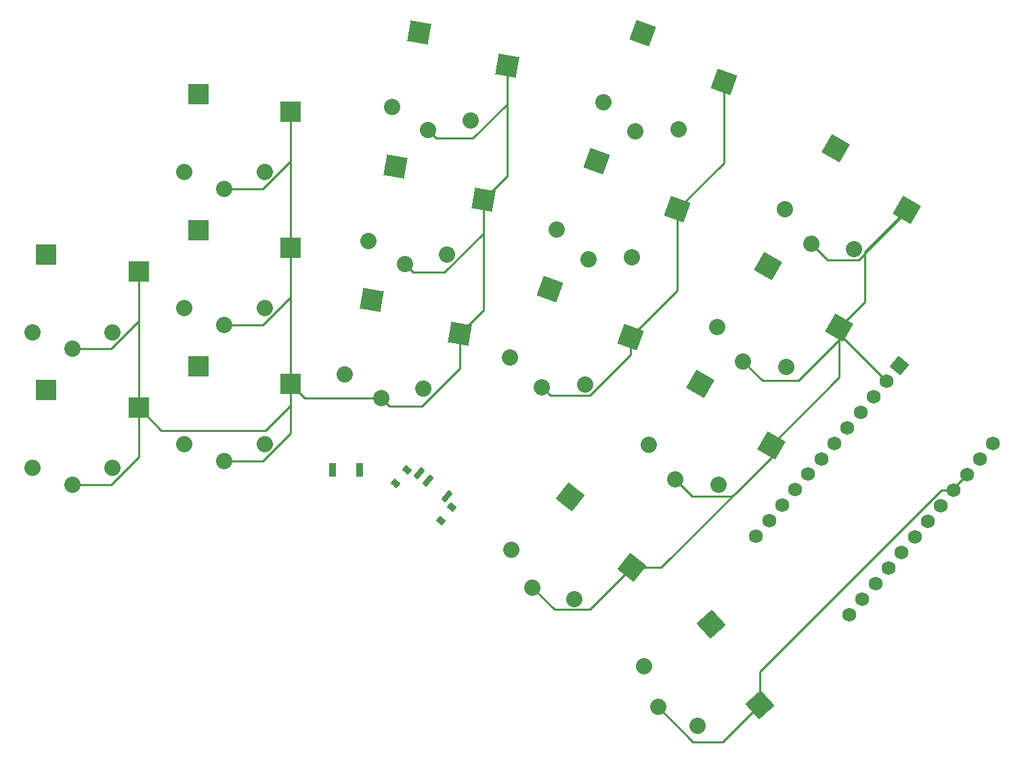
<source format=gbr>
%TF.GenerationSoftware,KiCad,Pcbnew,(6.0.5)*%
%TF.CreationDate,2022-05-06T01:30:31+03:00*%
%TF.ProjectId,main,6d61696e-2e6b-4696-9361-645f70636258,v1.0.0*%
%TF.SameCoordinates,Original*%
%TF.FileFunction,Copper,L2,Bot*%
%TF.FilePolarity,Positive*%
%FSLAX46Y46*%
G04 Gerber Fmt 4.6, Leading zero omitted, Abs format (unit mm)*
G04 Created by KiCad (PCBNEW (6.0.5)) date 2022-05-06 01:30:31*
%MOMM*%
%LPD*%
G01*
G04 APERTURE LIST*
G04 Aperture macros list*
%AMRotRect*
0 Rectangle, with rotation*
0 The origin of the aperture is its center*
0 $1 length*
0 $2 width*
0 $3 Rotation angle, in degrees counterclockwise*
0 Add horizontal line*
21,1,$1,$2,0,0,$3*%
G04 Aperture macros list end*
%TA.AperFunction,SMDPad,CuDef*%
%ADD10R,2.600000X2.600000*%
%TD*%
%TA.AperFunction,ComponentPad*%
%ADD11C,2.032000*%
%TD*%
%TA.AperFunction,SMDPad,CuDef*%
%ADD12RotRect,2.600000X2.600000X350.000000*%
%TD*%
%TA.AperFunction,SMDPad,CuDef*%
%ADD13RotRect,2.600000X2.600000X340.000000*%
%TD*%
%TA.AperFunction,SMDPad,CuDef*%
%ADD14RotRect,2.600000X2.600000X330.000000*%
%TD*%
%TA.AperFunction,SMDPad,CuDef*%
%ADD15RotRect,2.600000X2.600000X322.000000*%
%TD*%
%TA.AperFunction,SMDPad,CuDef*%
%ADD16RotRect,2.600000X2.600000X312.000000*%
%TD*%
%TA.AperFunction,ComponentPad*%
%ADD17C,1.752600*%
%TD*%
%TA.AperFunction,ComponentPad*%
%ADD18RotRect,1.752600X1.752600X230.000000*%
%TD*%
%TA.AperFunction,SMDPad,CuDef*%
%ADD19RotRect,0.700000X1.500000X320.000000*%
%TD*%
%TA.AperFunction,SMDPad,CuDef*%
%ADD20RotRect,1.000000X0.800000X320.000000*%
%TD*%
%TA.AperFunction,SMDPad,CuDef*%
%ADD21R,0.900000X1.700000*%
%TD*%
%TA.AperFunction,Conductor*%
%ADD22C,0.250000*%
%TD*%
G04 APERTURE END LIST*
D10*
%TO.P,S1,1*%
%TO.N,P21*%
X180945000Y-134824872D03*
%TO.P,S1,2*%
%TO.N,GND*%
X192495000Y-137024872D03*
%TD*%
D11*
%TO.P,S2,1*%
%TO.N,P21*%
X179220000Y-144574872D03*
%TO.P,S2,2*%
%TO.N,GND*%
X184220000Y-146674872D03*
%TO.P,S2,1*%
%TO.N,P21*%
X189220000Y-144574872D03*
%TO.P,S2,2*%
%TO.N,GND*%
X184220000Y-146674872D03*
%TD*%
D10*
%TO.P,S3,1*%
%TO.N,P20*%
X180945000Y-117824872D03*
%TO.P,S3,2*%
%TO.N,GND*%
X192495000Y-120024872D03*
%TD*%
D11*
%TO.P,S4,1*%
%TO.N,P20*%
X179220000Y-127574872D03*
%TO.P,S4,2*%
%TO.N,GND*%
X184220000Y-129674872D03*
%TO.P,S4,1*%
%TO.N,P20*%
X189220000Y-127574872D03*
%TO.P,S4,2*%
%TO.N,GND*%
X184220000Y-129674872D03*
%TD*%
D10*
%TO.P,S5,1*%
%TO.N,P19*%
X199945000Y-131824872D03*
%TO.P,S5,2*%
%TO.N,GND*%
X211495000Y-134024872D03*
%TD*%
D11*
%TO.P,S6,1*%
%TO.N,P19*%
X198220000Y-141574872D03*
%TO.P,S6,2*%
%TO.N,GND*%
X203220000Y-143674872D03*
%TO.P,S6,1*%
%TO.N,P19*%
X208220000Y-141574872D03*
%TO.P,S6,2*%
%TO.N,GND*%
X203220000Y-143674872D03*
%TD*%
D10*
%TO.P,S7,1*%
%TO.N,P18*%
X199945000Y-114824872D03*
%TO.P,S7,2*%
%TO.N,GND*%
X211495000Y-117024872D03*
%TD*%
D11*
%TO.P,S8,1*%
%TO.N,P18*%
X198220000Y-124574872D03*
%TO.P,S8,2*%
%TO.N,GND*%
X203220000Y-126674872D03*
%TO.P,S8,1*%
%TO.N,P18*%
X208220000Y-124574872D03*
%TO.P,S8,2*%
%TO.N,GND*%
X203220000Y-126674872D03*
%TD*%
D10*
%TO.P,S9,1*%
%TO.N,P15*%
X199945000Y-97824872D03*
%TO.P,S9,2*%
%TO.N,GND*%
X211495000Y-100024872D03*
%TD*%
D11*
%TO.P,S10,1*%
%TO.N,P15*%
X198220000Y-107574872D03*
%TO.P,S10,2*%
%TO.N,GND*%
X203220000Y-109674872D03*
%TO.P,S10,1*%
%TO.N,P15*%
X208220000Y-107574872D03*
%TO.P,S10,2*%
%TO.N,GND*%
X203220000Y-109674872D03*
%TD*%
D12*
%TO.P,S11,1*%
%TO.N,P14*%
X221632684Y-123574452D03*
%TO.P,S11,2*%
%TO.N,GND*%
X232625188Y-127746666D03*
%TD*%
D11*
%TO.P,S12,1*%
%TO.N,P14*%
X218240821Y-132876785D03*
%TO.P,S12,2*%
%TO.N,GND*%
X222800199Y-135813122D03*
%TO.P,S12,1*%
%TO.N,P14*%
X228088899Y-134613266D03*
%TO.P,S12,2*%
%TO.N,GND*%
X222800199Y-135813122D03*
%TD*%
D12*
%TO.P,S13,1*%
%TO.N,P16*%
X224584703Y-106832720D03*
%TO.P,S13,2*%
%TO.N,GND*%
X235577207Y-111004934D03*
%TD*%
D11*
%TO.P,S14,1*%
%TO.N,P16*%
X221192840Y-116135053D03*
%TO.P,S14,2*%
%TO.N,GND*%
X225752218Y-119071390D03*
%TO.P,S14,1*%
%TO.N,P16*%
X231040918Y-117871534D03*
%TO.P,S14,2*%
%TO.N,GND*%
X225752218Y-119071390D03*
%TD*%
D12*
%TO.P,S15,1*%
%TO.N,P10*%
X227536722Y-90090988D03*
%TO.P,S15,2*%
%TO.N,GND*%
X238529226Y-94263202D03*
%TD*%
D11*
%TO.P,S16,1*%
%TO.N,P10*%
X224144859Y-99393321D03*
%TO.P,S16,2*%
%TO.N,GND*%
X228704237Y-102329658D03*
%TO.P,S16,1*%
%TO.N,P10*%
X233992937Y-101129802D03*
%TO.P,S16,2*%
%TO.N,GND*%
X228704237Y-102329658D03*
%TD*%
D13*
%TO.P,S17,1*%
%TO.N,P14*%
X243902610Y-122169824D03*
%TO.P,S17,2*%
%TO.N,GND*%
X254003615Y-128187480D03*
%TD*%
D11*
%TO.P,S18,1*%
%TO.N,P14*%
X238946943Y-130741842D03*
%TO.P,S18,2*%
%TO.N,GND*%
X242927164Y-134425297D03*
%TO.P,S18,1*%
%TO.N,P14*%
X248343870Y-134162044D03*
%TO.P,S18,2*%
%TO.N,GND*%
X242927164Y-134425297D03*
%TD*%
D13*
%TO.P,S19,1*%
%TO.N,P16*%
X249716952Y-106195049D03*
%TO.P,S19,2*%
%TO.N,GND*%
X259817957Y-112212705D03*
%TD*%
D11*
%TO.P,S20,1*%
%TO.N,P16*%
X244761285Y-114767067D03*
%TO.P,S20,2*%
%TO.N,GND*%
X248741506Y-118450522D03*
%TO.P,S20,1*%
%TO.N,P16*%
X254158212Y-118187269D03*
%TO.P,S20,2*%
%TO.N,GND*%
X248741506Y-118450522D03*
%TD*%
D13*
%TO.P,S21,1*%
%TO.N,P10*%
X255531294Y-90220275D03*
%TO.P,S21,2*%
%TO.N,GND*%
X265632299Y-96237931D03*
%TD*%
D11*
%TO.P,S22,1*%
%TO.N,P10*%
X250575627Y-98792293D03*
%TO.P,S22,2*%
%TO.N,GND*%
X254555848Y-102475748D03*
%TO.P,S22,1*%
%TO.N,P10*%
X259972554Y-102212495D03*
%TO.P,S22,2*%
%TO.N,GND*%
X254555848Y-102475748D03*
%TD*%
D14*
%TO.P,S23,1*%
%TO.N,P4*%
X262657914Y-134050594D03*
%TO.P,S23,2*%
%TO.N,GND*%
X271560507Y-141730850D03*
%TD*%
D11*
%TO.P,S24,1*%
%TO.N,P4*%
X256289020Y-141631842D03*
%TO.P,S24,2*%
%TO.N,GND*%
X259569147Y-145950495D03*
%TO.P,S24,1*%
%TO.N,P4*%
X264949274Y-146631842D03*
%TO.P,S24,2*%
%TO.N,GND*%
X259569147Y-145950495D03*
%TD*%
D14*
%TO.P,S25,2*%
%TO.N,GND*%
X280060507Y-127008418D03*
%TO.P,S25,1*%
%TO.N,P5*%
X271157914Y-119328162D03*
%TD*%
D11*
%TO.P,S26,2*%
%TO.N,GND*%
X268069147Y-131228063D03*
%TO.P,S26,1*%
%TO.N,P5*%
X273449274Y-131909410D03*
%TO.P,S26,2*%
%TO.N,GND*%
X268069147Y-131228063D03*
%TO.P,S26,1*%
%TO.N,P5*%
X264789020Y-126909410D03*
%TD*%
D14*
%TO.P,S27,2*%
%TO.N,GND*%
X288560507Y-112285986D03*
%TO.P,S27,1*%
%TO.N,P6*%
X279657914Y-104605730D03*
%TD*%
D11*
%TO.P,S28,2*%
%TO.N,GND*%
X276569147Y-116505631D03*
%TO.P,S28,1*%
%TO.N,P6*%
X281949274Y-117186978D03*
%TO.P,S28,2*%
%TO.N,GND*%
X276569147Y-116505631D03*
%TO.P,S28,1*%
%TO.N,P6*%
X273289020Y-112186978D03*
%TD*%
D15*
%TO.P,S29,1*%
%TO.N,P4*%
X246431650Y-148151627D03*
%TO.P,S29,2*%
%TO.N,GND*%
X254178719Y-156996140D03*
%TD*%
D11*
%TO.P,S30,1*%
%TO.N,P4*%
X239069632Y-154772715D03*
%TO.P,S30,2*%
%TO.N,GND*%
X241716796Y-159505845D03*
%TO.P,S30,1*%
%TO.N,P4*%
X246949739Y-160929330D03*
%TO.P,S30,2*%
%TO.N,GND*%
X241716796Y-159505845D03*
%TD*%
D16*
%TO.P,S31,1*%
%TO.N,P4*%
X264075245Y-164092113D03*
%TO.P,S31,2*%
%TO.N,GND*%
X270168785Y-174147523D03*
%TD*%
D11*
%TO.P,S32,1*%
%TO.N,P4*%
X255675333Y-169334211D03*
%TO.P,S32,2*%
%TO.N,GND*%
X257460382Y-174455110D03*
%TO.P,S32,1*%
%TO.N,P4*%
X262366639Y-176765659D03*
%TO.P,S32,2*%
%TO.N,GND*%
X257460382Y-174455110D03*
%TD*%
D17*
%TO.P,MCU1,24*%
%TO.N,P9*%
X281337516Y-162919682D03*
%TO.P,MCU1,23*%
%TO.N,P8*%
X282970196Y-160973930D03*
%TO.P,MCU1,22*%
%TO.N,P7*%
X284602877Y-159028177D03*
%TO.P,MCU1,21*%
%TO.N,P6*%
X286235557Y-157082424D03*
%TO.P,MCU1,20*%
%TO.N,P5*%
X287868238Y-155136671D03*
%TO.P,MCU1,19*%
%TO.N,P4*%
X289500918Y-153190918D03*
%TO.P,MCU1,18*%
%TO.N,P3*%
X291133599Y-151245165D03*
%TO.P,MCU1,17*%
%TO.N,P2*%
X292766279Y-149299412D03*
%TO.P,MCU1,16*%
%TO.N,GND*%
X294398960Y-147353659D03*
%TO.P,MCU1,15*%
X296031641Y-145407906D03*
%TO.P,MCU1,14*%
%TO.N,P0*%
X297664321Y-143462154D03*
%TO.P,MCU1,13*%
%TO.N,P1*%
X299297002Y-141516401D03*
%TO.P,MCU1,12*%
%TO.N,P10*%
X269662998Y-153123599D03*
%TO.P,MCU1,11*%
%TO.N,P16*%
X271295679Y-151177846D03*
%TO.P,MCU1,10*%
%TO.N,P14*%
X272928359Y-149232094D03*
%TO.P,MCU1,9*%
%TO.N,P15*%
X274561040Y-147286341D03*
%TO.P,MCU1,8*%
%TO.N,P18*%
X276193721Y-145340588D03*
%TO.P,MCU1,7*%
%TO.N,P19*%
X277826401Y-143394835D03*
%TO.P,MCU1,6*%
%TO.N,P20*%
X279459082Y-141449082D03*
%TO.P,MCU1,5*%
%TO.N,P21*%
X281091762Y-139503329D03*
%TO.P,MCU1,4*%
%TO.N,VCC*%
X282724443Y-137557576D03*
%TO.P,MCU1,3*%
%TO.N,RST*%
X284357123Y-135611823D03*
%TO.P,MCU1,2*%
%TO.N,GND*%
X285989804Y-133666070D03*
D18*
%TO.P,MCU1,1*%
%TO.N,RAW*%
X287622484Y-131720318D03*
%TD*%
D19*
%TO.P,,1*%
%TO.N,pos*%
X230997474Y-148074518D03*
%TO.P,,2*%
%TO.N,RAW*%
X228699341Y-146146155D03*
%TO.P,,3*%
%TO.N,N/C*%
X227550274Y-145181973D03*
D20*
%TO.P,,*%
%TO.N,*%
X230231564Y-151165307D03*
X224639440Y-146472958D03*
X226060000Y-144780000D03*
X231652125Y-149472349D03*
%TD*%
D21*
%TO.P,,1*%
%TO.N,RST*%
X216740000Y-144780000D03*
%TO.P,,2*%
%TO.N,GND*%
X220140000Y-144780000D03*
%TD*%
D22*
%TO.N,GND*%
X257460382Y-174455110D02*
X261810312Y-178805040D01*
X261810312Y-178805040D02*
X265511268Y-178805040D01*
X265511268Y-178805040D02*
X270168785Y-174147523D01*
X276569147Y-116505631D02*
X278591005Y-118527489D01*
X278591005Y-118527489D02*
X282504533Y-118527489D01*
X282504533Y-118527489D02*
X288560507Y-112471515D01*
X288560507Y-112471515D02*
X288560507Y-112285986D01*
X268069147Y-131228063D02*
X270452176Y-133611092D01*
X280060507Y-128509529D02*
X280060507Y-127008418D01*
X270452176Y-133611092D02*
X274958944Y-133611092D01*
X274958944Y-133611092D02*
X280060507Y-128509529D01*
X241716796Y-159505845D02*
X244480792Y-162269841D01*
X244480792Y-162269841D02*
X248905018Y-162269841D01*
X248905018Y-162269841D02*
X254178719Y-156996140D01*
X257796328Y-156996140D02*
X268265103Y-146527366D01*
X268265103Y-146527366D02*
X271560507Y-143231961D01*
X259569147Y-145950495D02*
X261711906Y-148093254D01*
X261711906Y-148093254D02*
X266699215Y-148093254D01*
X266699215Y-148093254D02*
X268265103Y-146527366D01*
X242927164Y-134425297D02*
X244004422Y-135502555D01*
X244004422Y-135502555D02*
X248899129Y-135502555D01*
X248899129Y-135502555D02*
X254003615Y-130398069D01*
X254003615Y-130398069D02*
X254003615Y-128187480D01*
X225752218Y-119071390D02*
X226768217Y-120087389D01*
X226768217Y-120087389D02*
X230720833Y-120087389D01*
X230720833Y-120087389D02*
X235577207Y-115231015D01*
X235577207Y-115231015D02*
X235577207Y-111004934D01*
X228704237Y-102329658D02*
X229720236Y-103345657D01*
X229720236Y-103345657D02*
X234285143Y-103345657D01*
X234285143Y-103345657D02*
X238529226Y-99101574D01*
X238529226Y-99101574D02*
X238529226Y-94263202D01*
X203220000Y-109674872D02*
X208015770Y-109674872D01*
X208015770Y-109674872D02*
X211495000Y-106195642D01*
X211495000Y-106195642D02*
X211495000Y-100024872D01*
X203220000Y-126674872D02*
X208015770Y-126674872D01*
X208015770Y-126674872D02*
X211495000Y-123195642D01*
X211495000Y-123195642D02*
X211495000Y-117024872D01*
X184220000Y-129674872D02*
X189015770Y-129674872D01*
X189015770Y-129674872D02*
X192495000Y-126195642D01*
X192495000Y-126195642D02*
X192495000Y-120024872D01*
X184220000Y-146674872D02*
X189015770Y-146674872D01*
X189015770Y-146674872D02*
X192495000Y-143195642D01*
X192495000Y-143195642D02*
X192495000Y-137024872D01*
X203220000Y-143674872D02*
X208015770Y-143674872D01*
X208015770Y-143674872D02*
X211495000Y-140195642D01*
X211495000Y-140195642D02*
X211495000Y-134024872D01*
X222800199Y-135813122D02*
X223816198Y-136829121D01*
X223816198Y-136829121D02*
X227889162Y-136829121D01*
X227889162Y-136829121D02*
X232625188Y-132093095D01*
X232625188Y-132093095D02*
X232625188Y-127746666D01*
X211495000Y-134024872D02*
X213283250Y-135813122D01*
X213283250Y-135813122D02*
X222800199Y-135813122D01*
X192495000Y-137024872D02*
X195334021Y-139863893D01*
X195334021Y-139863893D02*
X208363987Y-139863893D01*
X208363987Y-139863893D02*
X211495000Y-136732880D01*
X211495000Y-136732880D02*
X211495000Y-134024872D01*
X192495000Y-137024872D02*
X192495000Y-120024872D01*
X211495000Y-117024872D02*
X211495000Y-100024872D01*
X211495000Y-134024872D02*
X211495000Y-117024872D01*
X235577207Y-111004934D02*
X238529226Y-108052915D01*
X238529226Y-108052915D02*
X238529226Y-94263202D01*
X232625188Y-127746666D02*
X235577207Y-124794647D01*
X235577207Y-124794647D02*
X235577207Y-111004934D01*
X259817957Y-112212705D02*
X265632299Y-106398363D01*
X265632299Y-106398363D02*
X265632299Y-96237931D01*
X254003615Y-128187480D02*
X259817957Y-122373138D01*
X259817957Y-122373138D02*
X259817957Y-112212705D01*
X296031641Y-145407906D02*
X294398960Y-147040587D01*
X294398960Y-147040587D02*
X294398960Y-147353659D01*
X270168785Y-174147523D02*
X270168785Y-170031487D01*
X292846613Y-147353659D02*
X294398960Y-147353659D01*
X270168785Y-170031487D02*
X292846613Y-147353659D01*
X254178719Y-156996140D02*
X257796328Y-156996140D01*
X271560507Y-143231961D02*
X271560507Y-141730850D01*
X271560507Y-141730850D02*
X280060507Y-133230850D01*
X280060507Y-133230850D02*
X280060507Y-127008418D01*
X280060507Y-127008418D02*
X283289785Y-123779140D01*
X283289785Y-123779140D02*
X283289785Y-117556708D01*
X283289785Y-117556708D02*
X288560507Y-112285986D01*
X285989804Y-133666070D02*
X280060507Y-127736773D01*
X280060507Y-127736773D02*
X280060507Y-127008418D01*
%TD*%
M02*

</source>
